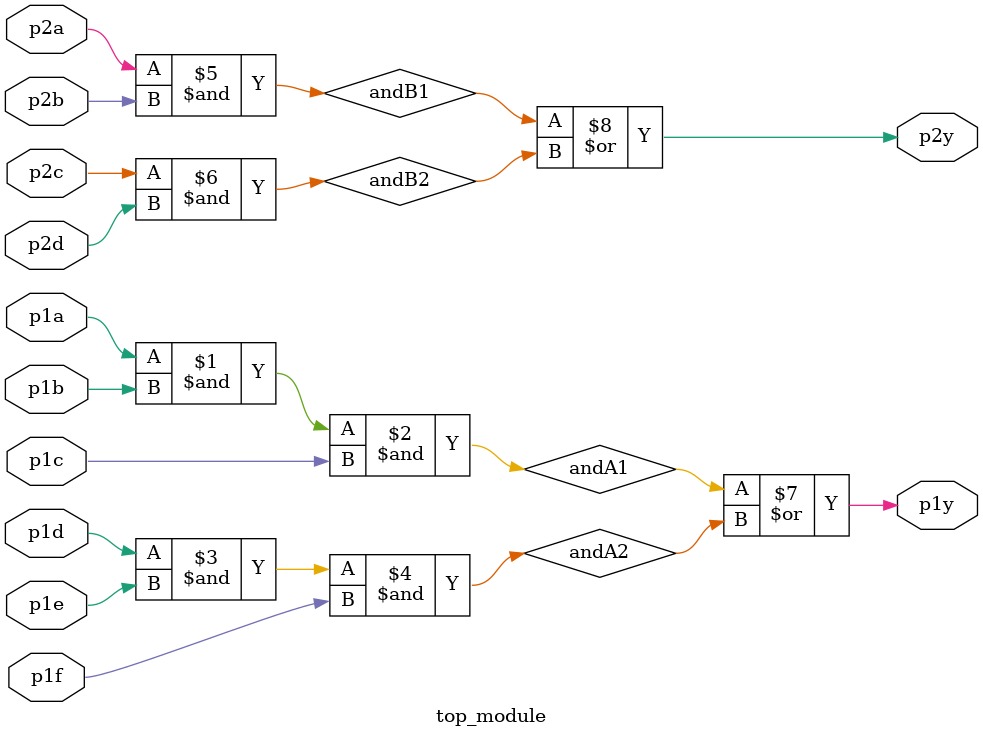
<source format=sv>
module top_module(
	input p1a, 
	input p1b, 
	input p1c, 
	input p1d,
	input p1e,
	input p1f,
	output p1y, 
	input p2a, 
	input p2b, 
	input p2c, 
	input p2d, 
	output p2y
);

	// Intermediate wires for the AND gates
	wire andA1, andA2, andB1, andB2;
	
	// AND gates
	assign andA1 = p1a & p1b & p1c;
	assign andA2 = p1d & p1e & p1f;
	assign andB1 = p2a & p2b;
	assign andB2 = p2c & p2d;
	
	// OR gates
	assign p1y = andA1 | andA2;
	assign p2y = andB1 | andB2;
	
endmodule

</source>
